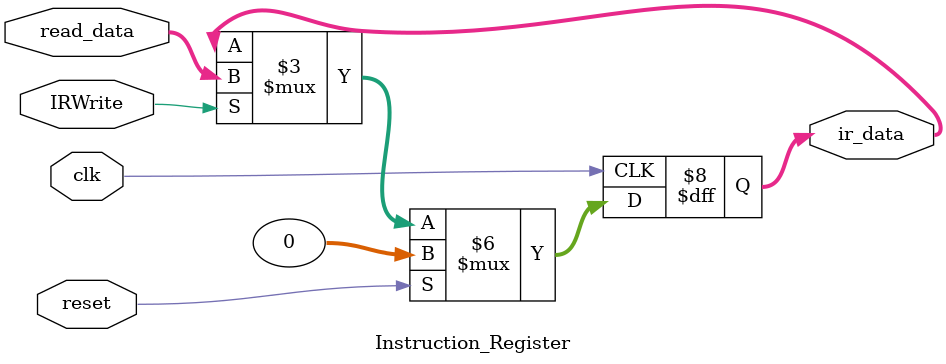
<source format=v>
`timescale 1ns/1ns
module Instruction_Register #(parameter data_width = 32)(
    input clk,reset,
    input IRWrite,
    input [data_width - 1: 0] read_data,
    output reg [data_width - 1 : 0] ir_data
);

always@(posedge clk) begin
    if(reset) begin
        ir_data <= 32'b0;
    end
    else if(IRWrite)
        ir_data <= read_data;
    else
        ir_data <= ir_data;    
end

endmodule
</source>
